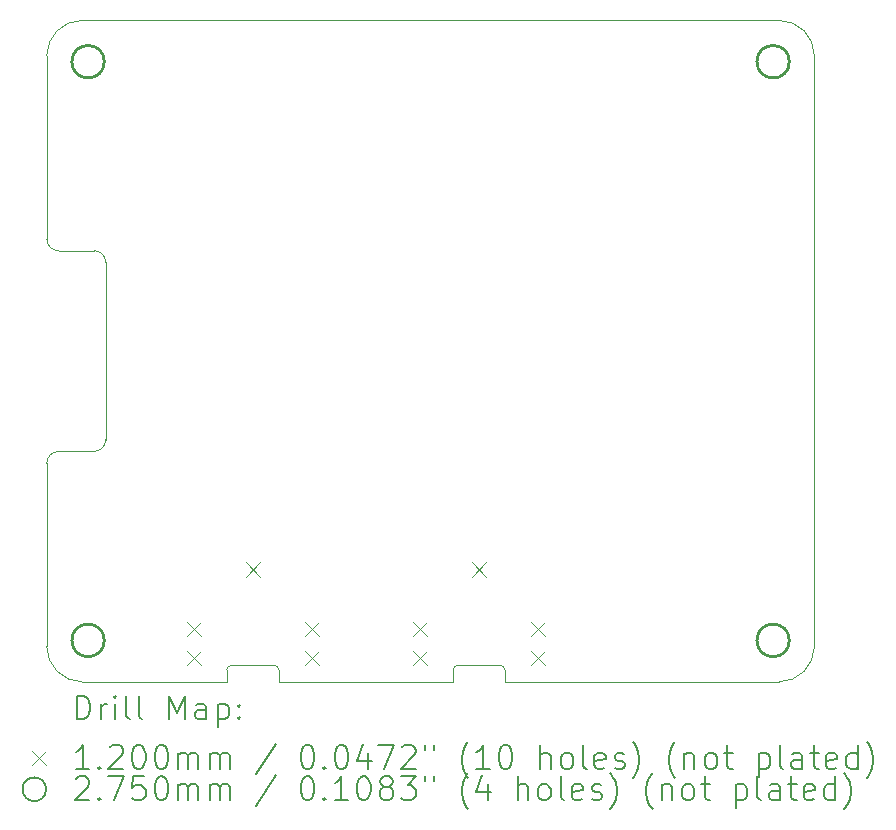
<source format=gbr>
%TF.GenerationSoftware,KiCad,Pcbnew,8.0.4+1*%
%TF.CreationDate,2024-10-16T16:53:17+00:00*%
%TF.ProjectId,pedalboard-soundcard,70656461-6c62-46f6-9172-642d736f756e,1.0.0*%
%TF.SameCoordinates,Original*%
%TF.FileFunction,Drillmap*%
%TF.FilePolarity,Positive*%
%FSLAX45Y45*%
G04 Gerber Fmt 4.5, Leading zero omitted, Abs format (unit mm)*
G04 Created by KiCad (PCBNEW 8.0.4+1) date 2024-10-16 16:53:17*
%MOMM*%
%LPD*%
G01*
G04 APERTURE LIST*
%ADD10C,0.100000*%
%ADD11C,0.120000*%
%ADD12C,0.200000*%
%ADD13C,0.275000*%
G04 APERTURE END LIST*
D10*
X5150000Y-10850000D02*
G75*
G02*
X4850000Y-10550000I0J300000D01*
G01*
X11350000Y-10550000D02*
G75*
G02*
X11050000Y-10850000I-300000J0D01*
G01*
X4950000Y-7200000D02*
G75*
G02*
X4850000Y-7100000I0J100000D01*
G01*
X5250000Y-7200000D02*
G75*
G02*
X5350000Y-7300000I0J-100000D01*
G01*
X5350000Y-8800000D02*
G75*
G02*
X5250000Y-8900000I-100000J0D01*
G01*
X4850000Y-9000000D02*
G75*
G02*
X4950000Y-8900000I100000J0D01*
G01*
X4850000Y-5550000D02*
G75*
G02*
X5150000Y-5250000I300000J0D01*
G01*
X5150000Y-5250000D02*
X11050000Y-5250000D01*
X11050000Y-5250000D02*
G75*
G02*
X11350000Y-5550000I0J-300000D01*
G01*
X7244000Y-10850000D02*
X7860000Y-10850000D01*
X4850000Y-5550000D02*
X4850000Y-7100000D01*
X5350000Y-7300000D02*
X5350000Y-8800000D01*
X4950000Y-7200000D02*
X5250000Y-7200000D01*
X4850000Y-9000000D02*
X4850000Y-10550000D01*
X5150000Y-10850000D02*
X5944000Y-10850000D01*
X9160000Y-10850000D02*
X11050000Y-10850000D01*
X11350000Y-5550000D02*
X11350000Y-10550000D01*
X4950000Y-8900000D02*
X5250000Y-8900000D01*
D11*
X6374000Y-10750000D02*
X6374000Y-10850000D01*
X6374000Y-10850000D02*
X5944000Y-10850000D01*
X6774000Y-10710000D02*
X6414000Y-10710000D01*
X6814000Y-10750000D02*
X6814000Y-10850000D01*
X6814000Y-10850000D02*
X7244000Y-10850000D01*
X6374000Y-10750000D02*
G75*
G02*
X6414000Y-10710000I40000J0D01*
G01*
X6774000Y-10710000D02*
G75*
G02*
X6814000Y-10750000I0J-40000D01*
G01*
X8290000Y-10750000D02*
X8290000Y-10850000D01*
X8290000Y-10850000D02*
X7860000Y-10850000D01*
X8690000Y-10710000D02*
X8330000Y-10710000D01*
X8730000Y-10750000D02*
X8730000Y-10850000D01*
X8730000Y-10850000D02*
X9160000Y-10850000D01*
X8290000Y-10750000D02*
G75*
G02*
X8330000Y-10710000I40000J0D01*
G01*
X8690000Y-10710000D02*
G75*
G02*
X8730000Y-10750000I0J-40000D01*
G01*
D12*
D11*
X6034000Y-10340000D02*
X6154000Y-10460000D01*
X6154000Y-10340000D02*
X6034000Y-10460000D01*
X6034000Y-10590000D02*
X6154000Y-10710000D01*
X6154000Y-10590000D02*
X6034000Y-10710000D01*
X6534000Y-9840000D02*
X6654000Y-9960000D01*
X6654000Y-9840000D02*
X6534000Y-9960000D01*
X7034000Y-10340000D02*
X7154000Y-10460000D01*
X7154000Y-10340000D02*
X7034000Y-10460000D01*
X7034000Y-10590000D02*
X7154000Y-10710000D01*
X7154000Y-10590000D02*
X7034000Y-10710000D01*
X7950000Y-10340000D02*
X8070000Y-10460000D01*
X8070000Y-10340000D02*
X7950000Y-10460000D01*
X7950000Y-10590000D02*
X8070000Y-10710000D01*
X8070000Y-10590000D02*
X7950000Y-10710000D01*
X8450000Y-9840000D02*
X8570000Y-9960000D01*
X8570000Y-9840000D02*
X8450000Y-9960000D01*
X8950000Y-10340000D02*
X9070000Y-10460000D01*
X9070000Y-10340000D02*
X8950000Y-10460000D01*
X8950000Y-10590000D02*
X9070000Y-10710000D01*
X9070000Y-10590000D02*
X8950000Y-10710000D01*
D13*
X5337500Y-5600000D02*
G75*
G02*
X5062500Y-5600000I-137500J0D01*
G01*
X5062500Y-5600000D02*
G75*
G02*
X5337500Y-5600000I137500J0D01*
G01*
X5337500Y-10500000D02*
G75*
G02*
X5062500Y-10500000I-137500J0D01*
G01*
X5062500Y-10500000D02*
G75*
G02*
X5337500Y-10500000I137500J0D01*
G01*
X11137500Y-5600000D02*
G75*
G02*
X10862500Y-5600000I-137500J0D01*
G01*
X10862500Y-5600000D02*
G75*
G02*
X11137500Y-5600000I137500J0D01*
G01*
X11137500Y-10500000D02*
G75*
G02*
X10862500Y-10500000I-137500J0D01*
G01*
X10862500Y-10500000D02*
G75*
G02*
X11137500Y-10500000I137500J0D01*
G01*
D12*
X5105777Y-11167484D02*
X5105777Y-10967484D01*
X5105777Y-10967484D02*
X5153396Y-10967484D01*
X5153396Y-10967484D02*
X5181967Y-10977008D01*
X5181967Y-10977008D02*
X5201015Y-10996055D01*
X5201015Y-10996055D02*
X5210539Y-11015103D01*
X5210539Y-11015103D02*
X5220063Y-11053198D01*
X5220063Y-11053198D02*
X5220063Y-11081770D01*
X5220063Y-11081770D02*
X5210539Y-11119865D01*
X5210539Y-11119865D02*
X5201015Y-11138912D01*
X5201015Y-11138912D02*
X5181967Y-11157960D01*
X5181967Y-11157960D02*
X5153396Y-11167484D01*
X5153396Y-11167484D02*
X5105777Y-11167484D01*
X5305777Y-11167484D02*
X5305777Y-11034150D01*
X5305777Y-11072246D02*
X5315301Y-11053198D01*
X5315301Y-11053198D02*
X5324824Y-11043674D01*
X5324824Y-11043674D02*
X5343872Y-11034150D01*
X5343872Y-11034150D02*
X5362920Y-11034150D01*
X5429586Y-11167484D02*
X5429586Y-11034150D01*
X5429586Y-10967484D02*
X5420063Y-10977008D01*
X5420063Y-10977008D02*
X5429586Y-10986531D01*
X5429586Y-10986531D02*
X5439110Y-10977008D01*
X5439110Y-10977008D02*
X5429586Y-10967484D01*
X5429586Y-10967484D02*
X5429586Y-10986531D01*
X5553396Y-11167484D02*
X5534348Y-11157960D01*
X5534348Y-11157960D02*
X5524824Y-11138912D01*
X5524824Y-11138912D02*
X5524824Y-10967484D01*
X5658158Y-11167484D02*
X5639110Y-11157960D01*
X5639110Y-11157960D02*
X5629586Y-11138912D01*
X5629586Y-11138912D02*
X5629586Y-10967484D01*
X5886729Y-11167484D02*
X5886729Y-10967484D01*
X5886729Y-10967484D02*
X5953396Y-11110341D01*
X5953396Y-11110341D02*
X6020062Y-10967484D01*
X6020062Y-10967484D02*
X6020062Y-11167484D01*
X6201015Y-11167484D02*
X6201015Y-11062722D01*
X6201015Y-11062722D02*
X6191491Y-11043674D01*
X6191491Y-11043674D02*
X6172443Y-11034150D01*
X6172443Y-11034150D02*
X6134348Y-11034150D01*
X6134348Y-11034150D02*
X6115301Y-11043674D01*
X6201015Y-11157960D02*
X6181967Y-11167484D01*
X6181967Y-11167484D02*
X6134348Y-11167484D01*
X6134348Y-11167484D02*
X6115301Y-11157960D01*
X6115301Y-11157960D02*
X6105777Y-11138912D01*
X6105777Y-11138912D02*
X6105777Y-11119865D01*
X6105777Y-11119865D02*
X6115301Y-11100817D01*
X6115301Y-11100817D02*
X6134348Y-11091293D01*
X6134348Y-11091293D02*
X6181967Y-11091293D01*
X6181967Y-11091293D02*
X6201015Y-11081770D01*
X6296253Y-11034150D02*
X6296253Y-11234150D01*
X6296253Y-11043674D02*
X6315301Y-11034150D01*
X6315301Y-11034150D02*
X6353396Y-11034150D01*
X6353396Y-11034150D02*
X6372443Y-11043674D01*
X6372443Y-11043674D02*
X6381967Y-11053198D01*
X6381967Y-11053198D02*
X6391491Y-11072246D01*
X6391491Y-11072246D02*
X6391491Y-11129389D01*
X6391491Y-11129389D02*
X6381967Y-11148436D01*
X6381967Y-11148436D02*
X6372443Y-11157960D01*
X6372443Y-11157960D02*
X6353396Y-11167484D01*
X6353396Y-11167484D02*
X6315301Y-11167484D01*
X6315301Y-11167484D02*
X6296253Y-11157960D01*
X6477205Y-11148436D02*
X6486729Y-11157960D01*
X6486729Y-11157960D02*
X6477205Y-11167484D01*
X6477205Y-11167484D02*
X6467682Y-11157960D01*
X6467682Y-11157960D02*
X6477205Y-11148436D01*
X6477205Y-11148436D02*
X6477205Y-11167484D01*
X6477205Y-11043674D02*
X6486729Y-11053198D01*
X6486729Y-11053198D02*
X6477205Y-11062722D01*
X6477205Y-11062722D02*
X6467682Y-11053198D01*
X6467682Y-11053198D02*
X6477205Y-11043674D01*
X6477205Y-11043674D02*
X6477205Y-11062722D01*
D11*
X4725000Y-11436000D02*
X4845000Y-11556000D01*
X4845000Y-11436000D02*
X4725000Y-11556000D01*
D12*
X5210539Y-11587484D02*
X5096253Y-11587484D01*
X5153396Y-11587484D02*
X5153396Y-11387484D01*
X5153396Y-11387484D02*
X5134348Y-11416055D01*
X5134348Y-11416055D02*
X5115301Y-11435103D01*
X5115301Y-11435103D02*
X5096253Y-11444627D01*
X5296253Y-11568436D02*
X5305777Y-11577960D01*
X5305777Y-11577960D02*
X5296253Y-11587484D01*
X5296253Y-11587484D02*
X5286729Y-11577960D01*
X5286729Y-11577960D02*
X5296253Y-11568436D01*
X5296253Y-11568436D02*
X5296253Y-11587484D01*
X5381967Y-11406531D02*
X5391491Y-11397008D01*
X5391491Y-11397008D02*
X5410539Y-11387484D01*
X5410539Y-11387484D02*
X5458158Y-11387484D01*
X5458158Y-11387484D02*
X5477205Y-11397008D01*
X5477205Y-11397008D02*
X5486729Y-11406531D01*
X5486729Y-11406531D02*
X5496253Y-11425579D01*
X5496253Y-11425579D02*
X5496253Y-11444627D01*
X5496253Y-11444627D02*
X5486729Y-11473198D01*
X5486729Y-11473198D02*
X5372444Y-11587484D01*
X5372444Y-11587484D02*
X5496253Y-11587484D01*
X5620062Y-11387484D02*
X5639110Y-11387484D01*
X5639110Y-11387484D02*
X5658158Y-11397008D01*
X5658158Y-11397008D02*
X5667682Y-11406531D01*
X5667682Y-11406531D02*
X5677205Y-11425579D01*
X5677205Y-11425579D02*
X5686729Y-11463674D01*
X5686729Y-11463674D02*
X5686729Y-11511293D01*
X5686729Y-11511293D02*
X5677205Y-11549388D01*
X5677205Y-11549388D02*
X5667682Y-11568436D01*
X5667682Y-11568436D02*
X5658158Y-11577960D01*
X5658158Y-11577960D02*
X5639110Y-11587484D01*
X5639110Y-11587484D02*
X5620062Y-11587484D01*
X5620062Y-11587484D02*
X5601015Y-11577960D01*
X5601015Y-11577960D02*
X5591491Y-11568436D01*
X5591491Y-11568436D02*
X5581967Y-11549388D01*
X5581967Y-11549388D02*
X5572444Y-11511293D01*
X5572444Y-11511293D02*
X5572444Y-11463674D01*
X5572444Y-11463674D02*
X5581967Y-11425579D01*
X5581967Y-11425579D02*
X5591491Y-11406531D01*
X5591491Y-11406531D02*
X5601015Y-11397008D01*
X5601015Y-11397008D02*
X5620062Y-11387484D01*
X5810539Y-11387484D02*
X5829586Y-11387484D01*
X5829586Y-11387484D02*
X5848634Y-11397008D01*
X5848634Y-11397008D02*
X5858158Y-11406531D01*
X5858158Y-11406531D02*
X5867682Y-11425579D01*
X5867682Y-11425579D02*
X5877205Y-11463674D01*
X5877205Y-11463674D02*
X5877205Y-11511293D01*
X5877205Y-11511293D02*
X5867682Y-11549388D01*
X5867682Y-11549388D02*
X5858158Y-11568436D01*
X5858158Y-11568436D02*
X5848634Y-11577960D01*
X5848634Y-11577960D02*
X5829586Y-11587484D01*
X5829586Y-11587484D02*
X5810539Y-11587484D01*
X5810539Y-11587484D02*
X5791491Y-11577960D01*
X5791491Y-11577960D02*
X5781967Y-11568436D01*
X5781967Y-11568436D02*
X5772443Y-11549388D01*
X5772443Y-11549388D02*
X5762920Y-11511293D01*
X5762920Y-11511293D02*
X5762920Y-11463674D01*
X5762920Y-11463674D02*
X5772443Y-11425579D01*
X5772443Y-11425579D02*
X5781967Y-11406531D01*
X5781967Y-11406531D02*
X5791491Y-11397008D01*
X5791491Y-11397008D02*
X5810539Y-11387484D01*
X5962920Y-11587484D02*
X5962920Y-11454150D01*
X5962920Y-11473198D02*
X5972443Y-11463674D01*
X5972443Y-11463674D02*
X5991491Y-11454150D01*
X5991491Y-11454150D02*
X6020063Y-11454150D01*
X6020063Y-11454150D02*
X6039110Y-11463674D01*
X6039110Y-11463674D02*
X6048634Y-11482722D01*
X6048634Y-11482722D02*
X6048634Y-11587484D01*
X6048634Y-11482722D02*
X6058158Y-11463674D01*
X6058158Y-11463674D02*
X6077205Y-11454150D01*
X6077205Y-11454150D02*
X6105777Y-11454150D01*
X6105777Y-11454150D02*
X6124824Y-11463674D01*
X6124824Y-11463674D02*
X6134348Y-11482722D01*
X6134348Y-11482722D02*
X6134348Y-11587484D01*
X6229586Y-11587484D02*
X6229586Y-11454150D01*
X6229586Y-11473198D02*
X6239110Y-11463674D01*
X6239110Y-11463674D02*
X6258158Y-11454150D01*
X6258158Y-11454150D02*
X6286729Y-11454150D01*
X6286729Y-11454150D02*
X6305777Y-11463674D01*
X6305777Y-11463674D02*
X6315301Y-11482722D01*
X6315301Y-11482722D02*
X6315301Y-11587484D01*
X6315301Y-11482722D02*
X6324824Y-11463674D01*
X6324824Y-11463674D02*
X6343872Y-11454150D01*
X6343872Y-11454150D02*
X6372443Y-11454150D01*
X6372443Y-11454150D02*
X6391491Y-11463674D01*
X6391491Y-11463674D02*
X6401015Y-11482722D01*
X6401015Y-11482722D02*
X6401015Y-11587484D01*
X6791491Y-11377960D02*
X6620063Y-11635103D01*
X7048634Y-11387484D02*
X7067682Y-11387484D01*
X7067682Y-11387484D02*
X7086729Y-11397008D01*
X7086729Y-11397008D02*
X7096253Y-11406531D01*
X7096253Y-11406531D02*
X7105777Y-11425579D01*
X7105777Y-11425579D02*
X7115301Y-11463674D01*
X7115301Y-11463674D02*
X7115301Y-11511293D01*
X7115301Y-11511293D02*
X7105777Y-11549388D01*
X7105777Y-11549388D02*
X7096253Y-11568436D01*
X7096253Y-11568436D02*
X7086729Y-11577960D01*
X7086729Y-11577960D02*
X7067682Y-11587484D01*
X7067682Y-11587484D02*
X7048634Y-11587484D01*
X7048634Y-11587484D02*
X7029586Y-11577960D01*
X7029586Y-11577960D02*
X7020063Y-11568436D01*
X7020063Y-11568436D02*
X7010539Y-11549388D01*
X7010539Y-11549388D02*
X7001015Y-11511293D01*
X7001015Y-11511293D02*
X7001015Y-11463674D01*
X7001015Y-11463674D02*
X7010539Y-11425579D01*
X7010539Y-11425579D02*
X7020063Y-11406531D01*
X7020063Y-11406531D02*
X7029586Y-11397008D01*
X7029586Y-11397008D02*
X7048634Y-11387484D01*
X7201015Y-11568436D02*
X7210539Y-11577960D01*
X7210539Y-11577960D02*
X7201015Y-11587484D01*
X7201015Y-11587484D02*
X7191491Y-11577960D01*
X7191491Y-11577960D02*
X7201015Y-11568436D01*
X7201015Y-11568436D02*
X7201015Y-11587484D01*
X7334348Y-11387484D02*
X7353396Y-11387484D01*
X7353396Y-11387484D02*
X7372444Y-11397008D01*
X7372444Y-11397008D02*
X7381967Y-11406531D01*
X7381967Y-11406531D02*
X7391491Y-11425579D01*
X7391491Y-11425579D02*
X7401015Y-11463674D01*
X7401015Y-11463674D02*
X7401015Y-11511293D01*
X7401015Y-11511293D02*
X7391491Y-11549388D01*
X7391491Y-11549388D02*
X7381967Y-11568436D01*
X7381967Y-11568436D02*
X7372444Y-11577960D01*
X7372444Y-11577960D02*
X7353396Y-11587484D01*
X7353396Y-11587484D02*
X7334348Y-11587484D01*
X7334348Y-11587484D02*
X7315301Y-11577960D01*
X7315301Y-11577960D02*
X7305777Y-11568436D01*
X7305777Y-11568436D02*
X7296253Y-11549388D01*
X7296253Y-11549388D02*
X7286729Y-11511293D01*
X7286729Y-11511293D02*
X7286729Y-11463674D01*
X7286729Y-11463674D02*
X7296253Y-11425579D01*
X7296253Y-11425579D02*
X7305777Y-11406531D01*
X7305777Y-11406531D02*
X7315301Y-11397008D01*
X7315301Y-11397008D02*
X7334348Y-11387484D01*
X7572444Y-11454150D02*
X7572444Y-11587484D01*
X7524825Y-11377960D02*
X7477206Y-11520817D01*
X7477206Y-11520817D02*
X7601015Y-11520817D01*
X7658158Y-11387484D02*
X7791491Y-11387484D01*
X7791491Y-11387484D02*
X7705777Y-11587484D01*
X7858158Y-11406531D02*
X7867682Y-11397008D01*
X7867682Y-11397008D02*
X7886729Y-11387484D01*
X7886729Y-11387484D02*
X7934348Y-11387484D01*
X7934348Y-11387484D02*
X7953396Y-11397008D01*
X7953396Y-11397008D02*
X7962920Y-11406531D01*
X7962920Y-11406531D02*
X7972444Y-11425579D01*
X7972444Y-11425579D02*
X7972444Y-11444627D01*
X7972444Y-11444627D02*
X7962920Y-11473198D01*
X7962920Y-11473198D02*
X7848634Y-11587484D01*
X7848634Y-11587484D02*
X7972444Y-11587484D01*
X8048634Y-11387484D02*
X8048634Y-11425579D01*
X8124825Y-11387484D02*
X8124825Y-11425579D01*
X8420063Y-11663674D02*
X8410539Y-11654150D01*
X8410539Y-11654150D02*
X8391491Y-11625579D01*
X8391491Y-11625579D02*
X8381968Y-11606531D01*
X8381968Y-11606531D02*
X8372444Y-11577960D01*
X8372444Y-11577960D02*
X8362920Y-11530341D01*
X8362920Y-11530341D02*
X8362920Y-11492246D01*
X8362920Y-11492246D02*
X8372444Y-11444627D01*
X8372444Y-11444627D02*
X8381968Y-11416055D01*
X8381968Y-11416055D02*
X8391491Y-11397008D01*
X8391491Y-11397008D02*
X8410539Y-11368436D01*
X8410539Y-11368436D02*
X8420063Y-11358912D01*
X8601015Y-11587484D02*
X8486730Y-11587484D01*
X8543872Y-11587484D02*
X8543872Y-11387484D01*
X8543872Y-11387484D02*
X8524825Y-11416055D01*
X8524825Y-11416055D02*
X8505777Y-11435103D01*
X8505777Y-11435103D02*
X8486730Y-11444627D01*
X8724825Y-11387484D02*
X8743872Y-11387484D01*
X8743872Y-11387484D02*
X8762920Y-11397008D01*
X8762920Y-11397008D02*
X8772444Y-11406531D01*
X8772444Y-11406531D02*
X8781968Y-11425579D01*
X8781968Y-11425579D02*
X8791491Y-11463674D01*
X8791491Y-11463674D02*
X8791491Y-11511293D01*
X8791491Y-11511293D02*
X8781968Y-11549388D01*
X8781968Y-11549388D02*
X8772444Y-11568436D01*
X8772444Y-11568436D02*
X8762920Y-11577960D01*
X8762920Y-11577960D02*
X8743872Y-11587484D01*
X8743872Y-11587484D02*
X8724825Y-11587484D01*
X8724825Y-11587484D02*
X8705777Y-11577960D01*
X8705777Y-11577960D02*
X8696253Y-11568436D01*
X8696253Y-11568436D02*
X8686730Y-11549388D01*
X8686730Y-11549388D02*
X8677206Y-11511293D01*
X8677206Y-11511293D02*
X8677206Y-11463674D01*
X8677206Y-11463674D02*
X8686730Y-11425579D01*
X8686730Y-11425579D02*
X8696253Y-11406531D01*
X8696253Y-11406531D02*
X8705777Y-11397008D01*
X8705777Y-11397008D02*
X8724825Y-11387484D01*
X9029587Y-11587484D02*
X9029587Y-11387484D01*
X9115301Y-11587484D02*
X9115301Y-11482722D01*
X9115301Y-11482722D02*
X9105777Y-11463674D01*
X9105777Y-11463674D02*
X9086730Y-11454150D01*
X9086730Y-11454150D02*
X9058158Y-11454150D01*
X9058158Y-11454150D02*
X9039111Y-11463674D01*
X9039111Y-11463674D02*
X9029587Y-11473198D01*
X9239111Y-11587484D02*
X9220063Y-11577960D01*
X9220063Y-11577960D02*
X9210539Y-11568436D01*
X9210539Y-11568436D02*
X9201015Y-11549388D01*
X9201015Y-11549388D02*
X9201015Y-11492246D01*
X9201015Y-11492246D02*
X9210539Y-11473198D01*
X9210539Y-11473198D02*
X9220063Y-11463674D01*
X9220063Y-11463674D02*
X9239111Y-11454150D01*
X9239111Y-11454150D02*
X9267682Y-11454150D01*
X9267682Y-11454150D02*
X9286730Y-11463674D01*
X9286730Y-11463674D02*
X9296253Y-11473198D01*
X9296253Y-11473198D02*
X9305777Y-11492246D01*
X9305777Y-11492246D02*
X9305777Y-11549388D01*
X9305777Y-11549388D02*
X9296253Y-11568436D01*
X9296253Y-11568436D02*
X9286730Y-11577960D01*
X9286730Y-11577960D02*
X9267682Y-11587484D01*
X9267682Y-11587484D02*
X9239111Y-11587484D01*
X9420063Y-11587484D02*
X9401015Y-11577960D01*
X9401015Y-11577960D02*
X9391492Y-11558912D01*
X9391492Y-11558912D02*
X9391492Y-11387484D01*
X9572444Y-11577960D02*
X9553396Y-11587484D01*
X9553396Y-11587484D02*
X9515301Y-11587484D01*
X9515301Y-11587484D02*
X9496253Y-11577960D01*
X9496253Y-11577960D02*
X9486730Y-11558912D01*
X9486730Y-11558912D02*
X9486730Y-11482722D01*
X9486730Y-11482722D02*
X9496253Y-11463674D01*
X9496253Y-11463674D02*
X9515301Y-11454150D01*
X9515301Y-11454150D02*
X9553396Y-11454150D01*
X9553396Y-11454150D02*
X9572444Y-11463674D01*
X9572444Y-11463674D02*
X9581968Y-11482722D01*
X9581968Y-11482722D02*
X9581968Y-11501769D01*
X9581968Y-11501769D02*
X9486730Y-11520817D01*
X9658158Y-11577960D02*
X9677206Y-11587484D01*
X9677206Y-11587484D02*
X9715301Y-11587484D01*
X9715301Y-11587484D02*
X9734349Y-11577960D01*
X9734349Y-11577960D02*
X9743873Y-11558912D01*
X9743873Y-11558912D02*
X9743873Y-11549388D01*
X9743873Y-11549388D02*
X9734349Y-11530341D01*
X9734349Y-11530341D02*
X9715301Y-11520817D01*
X9715301Y-11520817D02*
X9686730Y-11520817D01*
X9686730Y-11520817D02*
X9667682Y-11511293D01*
X9667682Y-11511293D02*
X9658158Y-11492246D01*
X9658158Y-11492246D02*
X9658158Y-11482722D01*
X9658158Y-11482722D02*
X9667682Y-11463674D01*
X9667682Y-11463674D02*
X9686730Y-11454150D01*
X9686730Y-11454150D02*
X9715301Y-11454150D01*
X9715301Y-11454150D02*
X9734349Y-11463674D01*
X9810539Y-11663674D02*
X9820063Y-11654150D01*
X9820063Y-11654150D02*
X9839111Y-11625579D01*
X9839111Y-11625579D02*
X9848634Y-11606531D01*
X9848634Y-11606531D02*
X9858158Y-11577960D01*
X9858158Y-11577960D02*
X9867682Y-11530341D01*
X9867682Y-11530341D02*
X9867682Y-11492246D01*
X9867682Y-11492246D02*
X9858158Y-11444627D01*
X9858158Y-11444627D02*
X9848634Y-11416055D01*
X9848634Y-11416055D02*
X9839111Y-11397008D01*
X9839111Y-11397008D02*
X9820063Y-11368436D01*
X9820063Y-11368436D02*
X9810539Y-11358912D01*
X10172444Y-11663674D02*
X10162920Y-11654150D01*
X10162920Y-11654150D02*
X10143873Y-11625579D01*
X10143873Y-11625579D02*
X10134349Y-11606531D01*
X10134349Y-11606531D02*
X10124825Y-11577960D01*
X10124825Y-11577960D02*
X10115301Y-11530341D01*
X10115301Y-11530341D02*
X10115301Y-11492246D01*
X10115301Y-11492246D02*
X10124825Y-11444627D01*
X10124825Y-11444627D02*
X10134349Y-11416055D01*
X10134349Y-11416055D02*
X10143873Y-11397008D01*
X10143873Y-11397008D02*
X10162920Y-11368436D01*
X10162920Y-11368436D02*
X10172444Y-11358912D01*
X10248634Y-11454150D02*
X10248634Y-11587484D01*
X10248634Y-11473198D02*
X10258158Y-11463674D01*
X10258158Y-11463674D02*
X10277206Y-11454150D01*
X10277206Y-11454150D02*
X10305777Y-11454150D01*
X10305777Y-11454150D02*
X10324825Y-11463674D01*
X10324825Y-11463674D02*
X10334349Y-11482722D01*
X10334349Y-11482722D02*
X10334349Y-11587484D01*
X10458158Y-11587484D02*
X10439111Y-11577960D01*
X10439111Y-11577960D02*
X10429587Y-11568436D01*
X10429587Y-11568436D02*
X10420063Y-11549388D01*
X10420063Y-11549388D02*
X10420063Y-11492246D01*
X10420063Y-11492246D02*
X10429587Y-11473198D01*
X10429587Y-11473198D02*
X10439111Y-11463674D01*
X10439111Y-11463674D02*
X10458158Y-11454150D01*
X10458158Y-11454150D02*
X10486730Y-11454150D01*
X10486730Y-11454150D02*
X10505777Y-11463674D01*
X10505777Y-11463674D02*
X10515301Y-11473198D01*
X10515301Y-11473198D02*
X10524825Y-11492246D01*
X10524825Y-11492246D02*
X10524825Y-11549388D01*
X10524825Y-11549388D02*
X10515301Y-11568436D01*
X10515301Y-11568436D02*
X10505777Y-11577960D01*
X10505777Y-11577960D02*
X10486730Y-11587484D01*
X10486730Y-11587484D02*
X10458158Y-11587484D01*
X10581968Y-11454150D02*
X10658158Y-11454150D01*
X10610539Y-11387484D02*
X10610539Y-11558912D01*
X10610539Y-11558912D02*
X10620063Y-11577960D01*
X10620063Y-11577960D02*
X10639111Y-11587484D01*
X10639111Y-11587484D02*
X10658158Y-11587484D01*
X10877206Y-11454150D02*
X10877206Y-11654150D01*
X10877206Y-11463674D02*
X10896254Y-11454150D01*
X10896254Y-11454150D02*
X10934349Y-11454150D01*
X10934349Y-11454150D02*
X10953396Y-11463674D01*
X10953396Y-11463674D02*
X10962920Y-11473198D01*
X10962920Y-11473198D02*
X10972444Y-11492246D01*
X10972444Y-11492246D02*
X10972444Y-11549388D01*
X10972444Y-11549388D02*
X10962920Y-11568436D01*
X10962920Y-11568436D02*
X10953396Y-11577960D01*
X10953396Y-11577960D02*
X10934349Y-11587484D01*
X10934349Y-11587484D02*
X10896254Y-11587484D01*
X10896254Y-11587484D02*
X10877206Y-11577960D01*
X11086730Y-11587484D02*
X11067682Y-11577960D01*
X11067682Y-11577960D02*
X11058158Y-11558912D01*
X11058158Y-11558912D02*
X11058158Y-11387484D01*
X11248634Y-11587484D02*
X11248634Y-11482722D01*
X11248634Y-11482722D02*
X11239111Y-11463674D01*
X11239111Y-11463674D02*
X11220063Y-11454150D01*
X11220063Y-11454150D02*
X11181968Y-11454150D01*
X11181968Y-11454150D02*
X11162920Y-11463674D01*
X11248634Y-11577960D02*
X11229587Y-11587484D01*
X11229587Y-11587484D02*
X11181968Y-11587484D01*
X11181968Y-11587484D02*
X11162920Y-11577960D01*
X11162920Y-11577960D02*
X11153396Y-11558912D01*
X11153396Y-11558912D02*
X11153396Y-11539865D01*
X11153396Y-11539865D02*
X11162920Y-11520817D01*
X11162920Y-11520817D02*
X11181968Y-11511293D01*
X11181968Y-11511293D02*
X11229587Y-11511293D01*
X11229587Y-11511293D02*
X11248634Y-11501769D01*
X11315301Y-11454150D02*
X11391492Y-11454150D01*
X11343873Y-11387484D02*
X11343873Y-11558912D01*
X11343873Y-11558912D02*
X11353396Y-11577960D01*
X11353396Y-11577960D02*
X11372444Y-11587484D01*
X11372444Y-11587484D02*
X11391492Y-11587484D01*
X11534349Y-11577960D02*
X11515301Y-11587484D01*
X11515301Y-11587484D02*
X11477206Y-11587484D01*
X11477206Y-11587484D02*
X11458158Y-11577960D01*
X11458158Y-11577960D02*
X11448634Y-11558912D01*
X11448634Y-11558912D02*
X11448634Y-11482722D01*
X11448634Y-11482722D02*
X11458158Y-11463674D01*
X11458158Y-11463674D02*
X11477206Y-11454150D01*
X11477206Y-11454150D02*
X11515301Y-11454150D01*
X11515301Y-11454150D02*
X11534349Y-11463674D01*
X11534349Y-11463674D02*
X11543873Y-11482722D01*
X11543873Y-11482722D02*
X11543873Y-11501769D01*
X11543873Y-11501769D02*
X11448634Y-11520817D01*
X11715301Y-11587484D02*
X11715301Y-11387484D01*
X11715301Y-11577960D02*
X11696254Y-11587484D01*
X11696254Y-11587484D02*
X11658158Y-11587484D01*
X11658158Y-11587484D02*
X11639111Y-11577960D01*
X11639111Y-11577960D02*
X11629587Y-11568436D01*
X11629587Y-11568436D02*
X11620063Y-11549388D01*
X11620063Y-11549388D02*
X11620063Y-11492246D01*
X11620063Y-11492246D02*
X11629587Y-11473198D01*
X11629587Y-11473198D02*
X11639111Y-11463674D01*
X11639111Y-11463674D02*
X11658158Y-11454150D01*
X11658158Y-11454150D02*
X11696254Y-11454150D01*
X11696254Y-11454150D02*
X11715301Y-11463674D01*
X11791492Y-11663674D02*
X11801015Y-11654150D01*
X11801015Y-11654150D02*
X11820063Y-11625579D01*
X11820063Y-11625579D02*
X11829587Y-11606531D01*
X11829587Y-11606531D02*
X11839111Y-11577960D01*
X11839111Y-11577960D02*
X11848634Y-11530341D01*
X11848634Y-11530341D02*
X11848634Y-11492246D01*
X11848634Y-11492246D02*
X11839111Y-11444627D01*
X11839111Y-11444627D02*
X11829587Y-11416055D01*
X11829587Y-11416055D02*
X11820063Y-11397008D01*
X11820063Y-11397008D02*
X11801015Y-11368436D01*
X11801015Y-11368436D02*
X11791492Y-11358912D01*
X4845000Y-11760000D02*
G75*
G02*
X4645000Y-11760000I-100000J0D01*
G01*
X4645000Y-11760000D02*
G75*
G02*
X4845000Y-11760000I100000J0D01*
G01*
X5096253Y-11670531D02*
X5105777Y-11661008D01*
X5105777Y-11661008D02*
X5124824Y-11651484D01*
X5124824Y-11651484D02*
X5172444Y-11651484D01*
X5172444Y-11651484D02*
X5191491Y-11661008D01*
X5191491Y-11661008D02*
X5201015Y-11670531D01*
X5201015Y-11670531D02*
X5210539Y-11689579D01*
X5210539Y-11689579D02*
X5210539Y-11708627D01*
X5210539Y-11708627D02*
X5201015Y-11737198D01*
X5201015Y-11737198D02*
X5086729Y-11851484D01*
X5086729Y-11851484D02*
X5210539Y-11851484D01*
X5296253Y-11832436D02*
X5305777Y-11841960D01*
X5305777Y-11841960D02*
X5296253Y-11851484D01*
X5296253Y-11851484D02*
X5286729Y-11841960D01*
X5286729Y-11841960D02*
X5296253Y-11832436D01*
X5296253Y-11832436D02*
X5296253Y-11851484D01*
X5372444Y-11651484D02*
X5505777Y-11651484D01*
X5505777Y-11651484D02*
X5420063Y-11851484D01*
X5677205Y-11651484D02*
X5581967Y-11651484D01*
X5581967Y-11651484D02*
X5572444Y-11746722D01*
X5572444Y-11746722D02*
X5581967Y-11737198D01*
X5581967Y-11737198D02*
X5601015Y-11727674D01*
X5601015Y-11727674D02*
X5648634Y-11727674D01*
X5648634Y-11727674D02*
X5667682Y-11737198D01*
X5667682Y-11737198D02*
X5677205Y-11746722D01*
X5677205Y-11746722D02*
X5686729Y-11765769D01*
X5686729Y-11765769D02*
X5686729Y-11813388D01*
X5686729Y-11813388D02*
X5677205Y-11832436D01*
X5677205Y-11832436D02*
X5667682Y-11841960D01*
X5667682Y-11841960D02*
X5648634Y-11851484D01*
X5648634Y-11851484D02*
X5601015Y-11851484D01*
X5601015Y-11851484D02*
X5581967Y-11841960D01*
X5581967Y-11841960D02*
X5572444Y-11832436D01*
X5810539Y-11651484D02*
X5829586Y-11651484D01*
X5829586Y-11651484D02*
X5848634Y-11661008D01*
X5848634Y-11661008D02*
X5858158Y-11670531D01*
X5858158Y-11670531D02*
X5867682Y-11689579D01*
X5867682Y-11689579D02*
X5877205Y-11727674D01*
X5877205Y-11727674D02*
X5877205Y-11775293D01*
X5877205Y-11775293D02*
X5867682Y-11813388D01*
X5867682Y-11813388D02*
X5858158Y-11832436D01*
X5858158Y-11832436D02*
X5848634Y-11841960D01*
X5848634Y-11841960D02*
X5829586Y-11851484D01*
X5829586Y-11851484D02*
X5810539Y-11851484D01*
X5810539Y-11851484D02*
X5791491Y-11841960D01*
X5791491Y-11841960D02*
X5781967Y-11832436D01*
X5781967Y-11832436D02*
X5772443Y-11813388D01*
X5772443Y-11813388D02*
X5762920Y-11775293D01*
X5762920Y-11775293D02*
X5762920Y-11727674D01*
X5762920Y-11727674D02*
X5772443Y-11689579D01*
X5772443Y-11689579D02*
X5781967Y-11670531D01*
X5781967Y-11670531D02*
X5791491Y-11661008D01*
X5791491Y-11661008D02*
X5810539Y-11651484D01*
X5962920Y-11851484D02*
X5962920Y-11718150D01*
X5962920Y-11737198D02*
X5972443Y-11727674D01*
X5972443Y-11727674D02*
X5991491Y-11718150D01*
X5991491Y-11718150D02*
X6020063Y-11718150D01*
X6020063Y-11718150D02*
X6039110Y-11727674D01*
X6039110Y-11727674D02*
X6048634Y-11746722D01*
X6048634Y-11746722D02*
X6048634Y-11851484D01*
X6048634Y-11746722D02*
X6058158Y-11727674D01*
X6058158Y-11727674D02*
X6077205Y-11718150D01*
X6077205Y-11718150D02*
X6105777Y-11718150D01*
X6105777Y-11718150D02*
X6124824Y-11727674D01*
X6124824Y-11727674D02*
X6134348Y-11746722D01*
X6134348Y-11746722D02*
X6134348Y-11851484D01*
X6229586Y-11851484D02*
X6229586Y-11718150D01*
X6229586Y-11737198D02*
X6239110Y-11727674D01*
X6239110Y-11727674D02*
X6258158Y-11718150D01*
X6258158Y-11718150D02*
X6286729Y-11718150D01*
X6286729Y-11718150D02*
X6305777Y-11727674D01*
X6305777Y-11727674D02*
X6315301Y-11746722D01*
X6315301Y-11746722D02*
X6315301Y-11851484D01*
X6315301Y-11746722D02*
X6324824Y-11727674D01*
X6324824Y-11727674D02*
X6343872Y-11718150D01*
X6343872Y-11718150D02*
X6372443Y-11718150D01*
X6372443Y-11718150D02*
X6391491Y-11727674D01*
X6391491Y-11727674D02*
X6401015Y-11746722D01*
X6401015Y-11746722D02*
X6401015Y-11851484D01*
X6791491Y-11641960D02*
X6620063Y-11899103D01*
X7048634Y-11651484D02*
X7067682Y-11651484D01*
X7067682Y-11651484D02*
X7086729Y-11661008D01*
X7086729Y-11661008D02*
X7096253Y-11670531D01*
X7096253Y-11670531D02*
X7105777Y-11689579D01*
X7105777Y-11689579D02*
X7115301Y-11727674D01*
X7115301Y-11727674D02*
X7115301Y-11775293D01*
X7115301Y-11775293D02*
X7105777Y-11813388D01*
X7105777Y-11813388D02*
X7096253Y-11832436D01*
X7096253Y-11832436D02*
X7086729Y-11841960D01*
X7086729Y-11841960D02*
X7067682Y-11851484D01*
X7067682Y-11851484D02*
X7048634Y-11851484D01*
X7048634Y-11851484D02*
X7029586Y-11841960D01*
X7029586Y-11841960D02*
X7020063Y-11832436D01*
X7020063Y-11832436D02*
X7010539Y-11813388D01*
X7010539Y-11813388D02*
X7001015Y-11775293D01*
X7001015Y-11775293D02*
X7001015Y-11727674D01*
X7001015Y-11727674D02*
X7010539Y-11689579D01*
X7010539Y-11689579D02*
X7020063Y-11670531D01*
X7020063Y-11670531D02*
X7029586Y-11661008D01*
X7029586Y-11661008D02*
X7048634Y-11651484D01*
X7201015Y-11832436D02*
X7210539Y-11841960D01*
X7210539Y-11841960D02*
X7201015Y-11851484D01*
X7201015Y-11851484D02*
X7191491Y-11841960D01*
X7191491Y-11841960D02*
X7201015Y-11832436D01*
X7201015Y-11832436D02*
X7201015Y-11851484D01*
X7401015Y-11851484D02*
X7286729Y-11851484D01*
X7343872Y-11851484D02*
X7343872Y-11651484D01*
X7343872Y-11651484D02*
X7324825Y-11680055D01*
X7324825Y-11680055D02*
X7305777Y-11699103D01*
X7305777Y-11699103D02*
X7286729Y-11708627D01*
X7524825Y-11651484D02*
X7543872Y-11651484D01*
X7543872Y-11651484D02*
X7562920Y-11661008D01*
X7562920Y-11661008D02*
X7572444Y-11670531D01*
X7572444Y-11670531D02*
X7581967Y-11689579D01*
X7581967Y-11689579D02*
X7591491Y-11727674D01*
X7591491Y-11727674D02*
X7591491Y-11775293D01*
X7591491Y-11775293D02*
X7581967Y-11813388D01*
X7581967Y-11813388D02*
X7572444Y-11832436D01*
X7572444Y-11832436D02*
X7562920Y-11841960D01*
X7562920Y-11841960D02*
X7543872Y-11851484D01*
X7543872Y-11851484D02*
X7524825Y-11851484D01*
X7524825Y-11851484D02*
X7505777Y-11841960D01*
X7505777Y-11841960D02*
X7496253Y-11832436D01*
X7496253Y-11832436D02*
X7486729Y-11813388D01*
X7486729Y-11813388D02*
X7477206Y-11775293D01*
X7477206Y-11775293D02*
X7477206Y-11727674D01*
X7477206Y-11727674D02*
X7486729Y-11689579D01*
X7486729Y-11689579D02*
X7496253Y-11670531D01*
X7496253Y-11670531D02*
X7505777Y-11661008D01*
X7505777Y-11661008D02*
X7524825Y-11651484D01*
X7705777Y-11737198D02*
X7686729Y-11727674D01*
X7686729Y-11727674D02*
X7677206Y-11718150D01*
X7677206Y-11718150D02*
X7667682Y-11699103D01*
X7667682Y-11699103D02*
X7667682Y-11689579D01*
X7667682Y-11689579D02*
X7677206Y-11670531D01*
X7677206Y-11670531D02*
X7686729Y-11661008D01*
X7686729Y-11661008D02*
X7705777Y-11651484D01*
X7705777Y-11651484D02*
X7743872Y-11651484D01*
X7743872Y-11651484D02*
X7762920Y-11661008D01*
X7762920Y-11661008D02*
X7772444Y-11670531D01*
X7772444Y-11670531D02*
X7781967Y-11689579D01*
X7781967Y-11689579D02*
X7781967Y-11699103D01*
X7781967Y-11699103D02*
X7772444Y-11718150D01*
X7772444Y-11718150D02*
X7762920Y-11727674D01*
X7762920Y-11727674D02*
X7743872Y-11737198D01*
X7743872Y-11737198D02*
X7705777Y-11737198D01*
X7705777Y-11737198D02*
X7686729Y-11746722D01*
X7686729Y-11746722D02*
X7677206Y-11756246D01*
X7677206Y-11756246D02*
X7667682Y-11775293D01*
X7667682Y-11775293D02*
X7667682Y-11813388D01*
X7667682Y-11813388D02*
X7677206Y-11832436D01*
X7677206Y-11832436D02*
X7686729Y-11841960D01*
X7686729Y-11841960D02*
X7705777Y-11851484D01*
X7705777Y-11851484D02*
X7743872Y-11851484D01*
X7743872Y-11851484D02*
X7762920Y-11841960D01*
X7762920Y-11841960D02*
X7772444Y-11832436D01*
X7772444Y-11832436D02*
X7781967Y-11813388D01*
X7781967Y-11813388D02*
X7781967Y-11775293D01*
X7781967Y-11775293D02*
X7772444Y-11756246D01*
X7772444Y-11756246D02*
X7762920Y-11746722D01*
X7762920Y-11746722D02*
X7743872Y-11737198D01*
X7848634Y-11651484D02*
X7972444Y-11651484D01*
X7972444Y-11651484D02*
X7905777Y-11727674D01*
X7905777Y-11727674D02*
X7934348Y-11727674D01*
X7934348Y-11727674D02*
X7953396Y-11737198D01*
X7953396Y-11737198D02*
X7962920Y-11746722D01*
X7962920Y-11746722D02*
X7972444Y-11765769D01*
X7972444Y-11765769D02*
X7972444Y-11813388D01*
X7972444Y-11813388D02*
X7962920Y-11832436D01*
X7962920Y-11832436D02*
X7953396Y-11841960D01*
X7953396Y-11841960D02*
X7934348Y-11851484D01*
X7934348Y-11851484D02*
X7877206Y-11851484D01*
X7877206Y-11851484D02*
X7858158Y-11841960D01*
X7858158Y-11841960D02*
X7848634Y-11832436D01*
X8048634Y-11651484D02*
X8048634Y-11689579D01*
X8124825Y-11651484D02*
X8124825Y-11689579D01*
X8420063Y-11927674D02*
X8410539Y-11918150D01*
X8410539Y-11918150D02*
X8391491Y-11889579D01*
X8391491Y-11889579D02*
X8381968Y-11870531D01*
X8381968Y-11870531D02*
X8372444Y-11841960D01*
X8372444Y-11841960D02*
X8362920Y-11794341D01*
X8362920Y-11794341D02*
X8362920Y-11756246D01*
X8362920Y-11756246D02*
X8372444Y-11708627D01*
X8372444Y-11708627D02*
X8381968Y-11680055D01*
X8381968Y-11680055D02*
X8391491Y-11661008D01*
X8391491Y-11661008D02*
X8410539Y-11632436D01*
X8410539Y-11632436D02*
X8420063Y-11622912D01*
X8581968Y-11718150D02*
X8581968Y-11851484D01*
X8534349Y-11641960D02*
X8486730Y-11784817D01*
X8486730Y-11784817D02*
X8610539Y-11784817D01*
X8839111Y-11851484D02*
X8839111Y-11651484D01*
X8924825Y-11851484D02*
X8924825Y-11746722D01*
X8924825Y-11746722D02*
X8915301Y-11727674D01*
X8915301Y-11727674D02*
X8896253Y-11718150D01*
X8896253Y-11718150D02*
X8867682Y-11718150D01*
X8867682Y-11718150D02*
X8848634Y-11727674D01*
X8848634Y-11727674D02*
X8839111Y-11737198D01*
X9048634Y-11851484D02*
X9029587Y-11841960D01*
X9029587Y-11841960D02*
X9020063Y-11832436D01*
X9020063Y-11832436D02*
X9010539Y-11813388D01*
X9010539Y-11813388D02*
X9010539Y-11756246D01*
X9010539Y-11756246D02*
X9020063Y-11737198D01*
X9020063Y-11737198D02*
X9029587Y-11727674D01*
X9029587Y-11727674D02*
X9048634Y-11718150D01*
X9048634Y-11718150D02*
X9077206Y-11718150D01*
X9077206Y-11718150D02*
X9096253Y-11727674D01*
X9096253Y-11727674D02*
X9105777Y-11737198D01*
X9105777Y-11737198D02*
X9115301Y-11756246D01*
X9115301Y-11756246D02*
X9115301Y-11813388D01*
X9115301Y-11813388D02*
X9105777Y-11832436D01*
X9105777Y-11832436D02*
X9096253Y-11841960D01*
X9096253Y-11841960D02*
X9077206Y-11851484D01*
X9077206Y-11851484D02*
X9048634Y-11851484D01*
X9229587Y-11851484D02*
X9210539Y-11841960D01*
X9210539Y-11841960D02*
X9201015Y-11822912D01*
X9201015Y-11822912D02*
X9201015Y-11651484D01*
X9381968Y-11841960D02*
X9362920Y-11851484D01*
X9362920Y-11851484D02*
X9324825Y-11851484D01*
X9324825Y-11851484D02*
X9305777Y-11841960D01*
X9305777Y-11841960D02*
X9296253Y-11822912D01*
X9296253Y-11822912D02*
X9296253Y-11746722D01*
X9296253Y-11746722D02*
X9305777Y-11727674D01*
X9305777Y-11727674D02*
X9324825Y-11718150D01*
X9324825Y-11718150D02*
X9362920Y-11718150D01*
X9362920Y-11718150D02*
X9381968Y-11727674D01*
X9381968Y-11727674D02*
X9391492Y-11746722D01*
X9391492Y-11746722D02*
X9391492Y-11765769D01*
X9391492Y-11765769D02*
X9296253Y-11784817D01*
X9467682Y-11841960D02*
X9486730Y-11851484D01*
X9486730Y-11851484D02*
X9524825Y-11851484D01*
X9524825Y-11851484D02*
X9543873Y-11841960D01*
X9543873Y-11841960D02*
X9553396Y-11822912D01*
X9553396Y-11822912D02*
X9553396Y-11813388D01*
X9553396Y-11813388D02*
X9543873Y-11794341D01*
X9543873Y-11794341D02*
X9524825Y-11784817D01*
X9524825Y-11784817D02*
X9496253Y-11784817D01*
X9496253Y-11784817D02*
X9477206Y-11775293D01*
X9477206Y-11775293D02*
X9467682Y-11756246D01*
X9467682Y-11756246D02*
X9467682Y-11746722D01*
X9467682Y-11746722D02*
X9477206Y-11727674D01*
X9477206Y-11727674D02*
X9496253Y-11718150D01*
X9496253Y-11718150D02*
X9524825Y-11718150D01*
X9524825Y-11718150D02*
X9543873Y-11727674D01*
X9620063Y-11927674D02*
X9629587Y-11918150D01*
X9629587Y-11918150D02*
X9648634Y-11889579D01*
X9648634Y-11889579D02*
X9658158Y-11870531D01*
X9658158Y-11870531D02*
X9667682Y-11841960D01*
X9667682Y-11841960D02*
X9677206Y-11794341D01*
X9677206Y-11794341D02*
X9677206Y-11756246D01*
X9677206Y-11756246D02*
X9667682Y-11708627D01*
X9667682Y-11708627D02*
X9658158Y-11680055D01*
X9658158Y-11680055D02*
X9648634Y-11661008D01*
X9648634Y-11661008D02*
X9629587Y-11632436D01*
X9629587Y-11632436D02*
X9620063Y-11622912D01*
X9981968Y-11927674D02*
X9972444Y-11918150D01*
X9972444Y-11918150D02*
X9953396Y-11889579D01*
X9953396Y-11889579D02*
X9943873Y-11870531D01*
X9943873Y-11870531D02*
X9934349Y-11841960D01*
X9934349Y-11841960D02*
X9924825Y-11794341D01*
X9924825Y-11794341D02*
X9924825Y-11756246D01*
X9924825Y-11756246D02*
X9934349Y-11708627D01*
X9934349Y-11708627D02*
X9943873Y-11680055D01*
X9943873Y-11680055D02*
X9953396Y-11661008D01*
X9953396Y-11661008D02*
X9972444Y-11632436D01*
X9972444Y-11632436D02*
X9981968Y-11622912D01*
X10058158Y-11718150D02*
X10058158Y-11851484D01*
X10058158Y-11737198D02*
X10067682Y-11727674D01*
X10067682Y-11727674D02*
X10086730Y-11718150D01*
X10086730Y-11718150D02*
X10115301Y-11718150D01*
X10115301Y-11718150D02*
X10134349Y-11727674D01*
X10134349Y-11727674D02*
X10143873Y-11746722D01*
X10143873Y-11746722D02*
X10143873Y-11851484D01*
X10267682Y-11851484D02*
X10248634Y-11841960D01*
X10248634Y-11841960D02*
X10239111Y-11832436D01*
X10239111Y-11832436D02*
X10229587Y-11813388D01*
X10229587Y-11813388D02*
X10229587Y-11756246D01*
X10229587Y-11756246D02*
X10239111Y-11737198D01*
X10239111Y-11737198D02*
X10248634Y-11727674D01*
X10248634Y-11727674D02*
X10267682Y-11718150D01*
X10267682Y-11718150D02*
X10296254Y-11718150D01*
X10296254Y-11718150D02*
X10315301Y-11727674D01*
X10315301Y-11727674D02*
X10324825Y-11737198D01*
X10324825Y-11737198D02*
X10334349Y-11756246D01*
X10334349Y-11756246D02*
X10334349Y-11813388D01*
X10334349Y-11813388D02*
X10324825Y-11832436D01*
X10324825Y-11832436D02*
X10315301Y-11841960D01*
X10315301Y-11841960D02*
X10296254Y-11851484D01*
X10296254Y-11851484D02*
X10267682Y-11851484D01*
X10391492Y-11718150D02*
X10467682Y-11718150D01*
X10420063Y-11651484D02*
X10420063Y-11822912D01*
X10420063Y-11822912D02*
X10429587Y-11841960D01*
X10429587Y-11841960D02*
X10448634Y-11851484D01*
X10448634Y-11851484D02*
X10467682Y-11851484D01*
X10686730Y-11718150D02*
X10686730Y-11918150D01*
X10686730Y-11727674D02*
X10705777Y-11718150D01*
X10705777Y-11718150D02*
X10743873Y-11718150D01*
X10743873Y-11718150D02*
X10762920Y-11727674D01*
X10762920Y-11727674D02*
X10772444Y-11737198D01*
X10772444Y-11737198D02*
X10781968Y-11756246D01*
X10781968Y-11756246D02*
X10781968Y-11813388D01*
X10781968Y-11813388D02*
X10772444Y-11832436D01*
X10772444Y-11832436D02*
X10762920Y-11841960D01*
X10762920Y-11841960D02*
X10743873Y-11851484D01*
X10743873Y-11851484D02*
X10705777Y-11851484D01*
X10705777Y-11851484D02*
X10686730Y-11841960D01*
X10896254Y-11851484D02*
X10877206Y-11841960D01*
X10877206Y-11841960D02*
X10867682Y-11822912D01*
X10867682Y-11822912D02*
X10867682Y-11651484D01*
X11058158Y-11851484D02*
X11058158Y-11746722D01*
X11058158Y-11746722D02*
X11048635Y-11727674D01*
X11048635Y-11727674D02*
X11029587Y-11718150D01*
X11029587Y-11718150D02*
X10991492Y-11718150D01*
X10991492Y-11718150D02*
X10972444Y-11727674D01*
X11058158Y-11841960D02*
X11039111Y-11851484D01*
X11039111Y-11851484D02*
X10991492Y-11851484D01*
X10991492Y-11851484D02*
X10972444Y-11841960D01*
X10972444Y-11841960D02*
X10962920Y-11822912D01*
X10962920Y-11822912D02*
X10962920Y-11803865D01*
X10962920Y-11803865D02*
X10972444Y-11784817D01*
X10972444Y-11784817D02*
X10991492Y-11775293D01*
X10991492Y-11775293D02*
X11039111Y-11775293D01*
X11039111Y-11775293D02*
X11058158Y-11765769D01*
X11124825Y-11718150D02*
X11201015Y-11718150D01*
X11153396Y-11651484D02*
X11153396Y-11822912D01*
X11153396Y-11822912D02*
X11162920Y-11841960D01*
X11162920Y-11841960D02*
X11181968Y-11851484D01*
X11181968Y-11851484D02*
X11201015Y-11851484D01*
X11343873Y-11841960D02*
X11324825Y-11851484D01*
X11324825Y-11851484D02*
X11286730Y-11851484D01*
X11286730Y-11851484D02*
X11267682Y-11841960D01*
X11267682Y-11841960D02*
X11258158Y-11822912D01*
X11258158Y-11822912D02*
X11258158Y-11746722D01*
X11258158Y-11746722D02*
X11267682Y-11727674D01*
X11267682Y-11727674D02*
X11286730Y-11718150D01*
X11286730Y-11718150D02*
X11324825Y-11718150D01*
X11324825Y-11718150D02*
X11343873Y-11727674D01*
X11343873Y-11727674D02*
X11353396Y-11746722D01*
X11353396Y-11746722D02*
X11353396Y-11765769D01*
X11353396Y-11765769D02*
X11258158Y-11784817D01*
X11524825Y-11851484D02*
X11524825Y-11651484D01*
X11524825Y-11841960D02*
X11505777Y-11851484D01*
X11505777Y-11851484D02*
X11467682Y-11851484D01*
X11467682Y-11851484D02*
X11448634Y-11841960D01*
X11448634Y-11841960D02*
X11439111Y-11832436D01*
X11439111Y-11832436D02*
X11429587Y-11813388D01*
X11429587Y-11813388D02*
X11429587Y-11756246D01*
X11429587Y-11756246D02*
X11439111Y-11737198D01*
X11439111Y-11737198D02*
X11448634Y-11727674D01*
X11448634Y-11727674D02*
X11467682Y-11718150D01*
X11467682Y-11718150D02*
X11505777Y-11718150D01*
X11505777Y-11718150D02*
X11524825Y-11727674D01*
X11601015Y-11927674D02*
X11610539Y-11918150D01*
X11610539Y-11918150D02*
X11629587Y-11889579D01*
X11629587Y-11889579D02*
X11639111Y-11870531D01*
X11639111Y-11870531D02*
X11648634Y-11841960D01*
X11648634Y-11841960D02*
X11658158Y-11794341D01*
X11658158Y-11794341D02*
X11658158Y-11756246D01*
X11658158Y-11756246D02*
X11648634Y-11708627D01*
X11648634Y-11708627D02*
X11639111Y-11680055D01*
X11639111Y-11680055D02*
X11629587Y-11661008D01*
X11629587Y-11661008D02*
X11610539Y-11632436D01*
X11610539Y-11632436D02*
X11601015Y-11622912D01*
M02*

</source>
